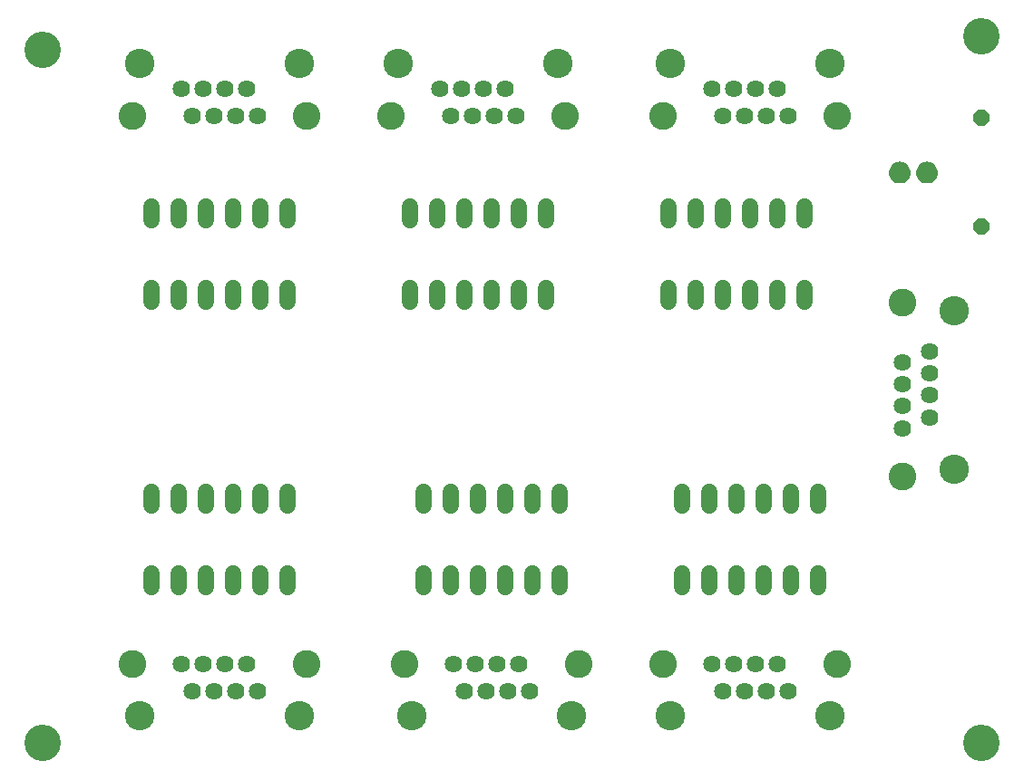
<source format=gbr>
G04 EAGLE Gerber RS-274X export*
G75*
%MOMM*%
%FSLAX34Y34*%
%LPD*%
%INSoldermask Bottom*%
%IPPOS*%
%AMOC8*
5,1,8,0,0,1.08239X$1,22.5*%
G01*
%ADD10C,1.625600*%
%ADD11C,2.603200*%
%ADD12C,2.753200*%
%ADD13P,1.649562X8X292.500000*%
%ADD14C,1.524000*%
%ADD15C,3.403200*%

G36*
X876315Y599447D02*
X876315Y599447D01*
X876380Y599443D01*
X878211Y599603D01*
X878257Y599616D01*
X878333Y599626D01*
X880097Y600140D01*
X880141Y600161D01*
X880213Y600186D01*
X881843Y601035D01*
X881881Y601064D01*
X881947Y601103D01*
X883380Y602253D01*
X883412Y602289D01*
X883469Y602340D01*
X884650Y603748D01*
X884674Y603789D01*
X884720Y603850D01*
X885265Y604843D01*
X885604Y605462D01*
X885619Y605507D01*
X885653Y605576D01*
X886205Y607329D01*
X886211Y607376D01*
X886231Y607450D01*
X886431Y609277D01*
X886427Y609323D01*
X886433Y609392D01*
X886310Y611068D01*
X886299Y611111D01*
X886293Y611177D01*
X885882Y612807D01*
X885863Y612847D01*
X885845Y612911D01*
X885157Y614444D01*
X885132Y614481D01*
X885103Y614541D01*
X884159Y615931D01*
X884128Y615963D01*
X884090Y616017D01*
X882919Y617223D01*
X882883Y617249D01*
X882835Y617295D01*
X881473Y618279D01*
X881432Y618298D01*
X881378Y618335D01*
X879865Y619068D01*
X879822Y619080D01*
X879762Y619107D01*
X878145Y619565D01*
X878100Y619570D01*
X878036Y619586D01*
X876364Y619757D01*
X876316Y619753D01*
X876237Y619757D01*
X874565Y619591D01*
X874522Y619579D01*
X874457Y619570D01*
X872839Y619116D01*
X872798Y619097D01*
X872735Y619077D01*
X871221Y618349D01*
X871185Y618323D01*
X871126Y618293D01*
X869761Y617312D01*
X869730Y617280D01*
X869677Y617240D01*
X868503Y616038D01*
X868478Y616001D01*
X868433Y615953D01*
X867486Y614565D01*
X867468Y614524D01*
X867432Y614468D01*
X866740Y612937D01*
X866729Y612894D01*
X866703Y612833D01*
X866288Y611204D01*
X866285Y611160D01*
X866270Y611095D01*
X866144Y609420D01*
X866148Y609373D01*
X866146Y609301D01*
X866351Y607466D01*
X866365Y607419D01*
X866377Y607344D01*
X866937Y605583D01*
X866960Y605541D01*
X866986Y605469D01*
X867879Y603852D01*
X867909Y603814D01*
X867949Y603749D01*
X869140Y602337D01*
X869177Y602306D01*
X869229Y602250D01*
X870673Y601097D01*
X870715Y601075D01*
X870777Y601030D01*
X872418Y600181D01*
X872464Y600167D01*
X872533Y600135D01*
X874308Y599622D01*
X874356Y599617D01*
X874431Y599600D01*
X876271Y599443D01*
X876315Y599447D01*
G37*
G36*
X850915Y599447D02*
X850915Y599447D01*
X850980Y599443D01*
X852811Y599603D01*
X852857Y599616D01*
X852933Y599626D01*
X854697Y600140D01*
X854741Y600161D01*
X854813Y600186D01*
X856443Y601035D01*
X856481Y601064D01*
X856547Y601103D01*
X857980Y602253D01*
X858012Y602289D01*
X858069Y602340D01*
X859250Y603748D01*
X859274Y603789D01*
X859320Y603850D01*
X859865Y604843D01*
X860204Y605462D01*
X860219Y605507D01*
X860253Y605576D01*
X860805Y607329D01*
X860811Y607376D01*
X860831Y607450D01*
X861031Y609277D01*
X861027Y609323D01*
X861033Y609392D01*
X860910Y611068D01*
X860899Y611111D01*
X860893Y611177D01*
X860482Y612807D01*
X860463Y612847D01*
X860445Y612911D01*
X859757Y614444D01*
X859732Y614481D01*
X859703Y614541D01*
X858759Y615931D01*
X858728Y615963D01*
X858690Y616017D01*
X857519Y617223D01*
X857483Y617249D01*
X857435Y617295D01*
X856073Y618279D01*
X856032Y618298D01*
X855978Y618335D01*
X854465Y619068D01*
X854422Y619080D01*
X854362Y619107D01*
X852745Y619565D01*
X852700Y619570D01*
X852636Y619586D01*
X850964Y619757D01*
X850916Y619753D01*
X850837Y619757D01*
X849165Y619591D01*
X849122Y619579D01*
X849057Y619570D01*
X847439Y619116D01*
X847398Y619097D01*
X847335Y619077D01*
X845821Y618349D01*
X845785Y618323D01*
X845726Y618293D01*
X844361Y617312D01*
X844330Y617280D01*
X844277Y617240D01*
X843103Y616038D01*
X843078Y616001D01*
X843033Y615953D01*
X842086Y614565D01*
X842068Y614524D01*
X842032Y614468D01*
X841340Y612937D01*
X841329Y612894D01*
X841303Y612833D01*
X840888Y611204D01*
X840885Y611160D01*
X840870Y611095D01*
X840744Y609420D01*
X840748Y609373D01*
X840746Y609301D01*
X840951Y607466D01*
X840965Y607419D01*
X840977Y607344D01*
X841537Y605583D01*
X841560Y605541D01*
X841586Y605469D01*
X842479Y603852D01*
X842509Y603814D01*
X842549Y603749D01*
X843740Y602337D01*
X843777Y602306D01*
X843829Y602250D01*
X845273Y601097D01*
X845315Y601075D01*
X845377Y601030D01*
X847018Y600181D01*
X847064Y600167D01*
X847133Y600135D01*
X848908Y599622D01*
X848956Y599617D01*
X849031Y599600D01*
X850871Y599443D01*
X850915Y599447D01*
G37*
D10*
X251600Y124600D03*
X241400Y150000D03*
X231200Y124600D03*
X221000Y150000D03*
X210800Y124600D03*
X200600Y150000D03*
X190400Y124600D03*
X180200Y150000D03*
D11*
X297150Y150000D03*
X134650Y150000D03*
D12*
X290300Y101600D03*
X141500Y101600D03*
D10*
X505600Y124600D03*
X495400Y150000D03*
X485200Y124600D03*
X475000Y150000D03*
X464800Y124600D03*
X454600Y150000D03*
X444400Y124600D03*
X434200Y150000D03*
D11*
X551150Y150000D03*
X388650Y150000D03*
D12*
X544300Y101600D03*
X395500Y101600D03*
D10*
X746900Y124600D03*
X736700Y150000D03*
X726500Y124600D03*
X716300Y150000D03*
X706100Y124600D03*
X695900Y150000D03*
X685700Y124600D03*
X675500Y150000D03*
D11*
X792450Y150000D03*
X629950Y150000D03*
D12*
X785600Y101600D03*
X636800Y101600D03*
D10*
X180200Y688200D03*
X190400Y662800D03*
X200600Y688200D03*
X210800Y662800D03*
X221000Y688200D03*
X231200Y662800D03*
X241400Y688200D03*
X251600Y662800D03*
D11*
X134650Y662800D03*
X297150Y662800D03*
D12*
X141500Y711200D03*
X290300Y711200D03*
D10*
X421500Y688200D03*
X431700Y662800D03*
X441900Y688200D03*
X452100Y662800D03*
X462300Y688200D03*
X472500Y662800D03*
X482700Y688200D03*
X492900Y662800D03*
D11*
X375950Y662800D03*
X538450Y662800D03*
D12*
X382800Y711200D03*
X531600Y711200D03*
D10*
X675500Y688200D03*
X685700Y662800D03*
X695900Y688200D03*
X706100Y662800D03*
X716300Y688200D03*
X726500Y662800D03*
X736700Y688200D03*
X746900Y662800D03*
D11*
X629950Y662800D03*
X792450Y662800D03*
D12*
X636800Y711200D03*
X785600Y711200D03*
D10*
X878700Y442100D03*
X853300Y431900D03*
X878700Y421700D03*
X853300Y411500D03*
X878700Y401300D03*
X853300Y391100D03*
X878700Y380900D03*
X853300Y370700D03*
D11*
X853300Y487650D03*
X853300Y325150D03*
D12*
X901700Y480800D03*
X901700Y332000D03*
D13*
X927100Y660400D03*
X927100Y558800D03*
D14*
X279400Y311404D02*
X279400Y298196D01*
X254000Y298196D02*
X254000Y311404D01*
X152400Y235204D02*
X152400Y221996D01*
X177800Y221996D02*
X177800Y235204D01*
X228600Y298196D02*
X228600Y311404D01*
X203200Y311404D02*
X203200Y298196D01*
X152400Y298196D02*
X152400Y311404D01*
X177800Y311404D02*
X177800Y298196D01*
X203200Y235204D02*
X203200Y221996D01*
X228600Y221996D02*
X228600Y235204D01*
X254000Y235204D02*
X254000Y221996D01*
X279400Y221996D02*
X279400Y235204D01*
X533400Y298196D02*
X533400Y311404D01*
X508000Y311404D02*
X508000Y298196D01*
X406400Y235204D02*
X406400Y221996D01*
X431800Y221996D02*
X431800Y235204D01*
X482600Y298196D02*
X482600Y311404D01*
X457200Y311404D02*
X457200Y298196D01*
X406400Y298196D02*
X406400Y311404D01*
X431800Y311404D02*
X431800Y298196D01*
X457200Y235204D02*
X457200Y221996D01*
X482600Y221996D02*
X482600Y235204D01*
X508000Y235204D02*
X508000Y221996D01*
X533400Y221996D02*
X533400Y235204D01*
X774700Y298196D02*
X774700Y311404D01*
X749300Y311404D02*
X749300Y298196D01*
X647700Y235204D02*
X647700Y221996D01*
X673100Y221996D02*
X673100Y235204D01*
X723900Y298196D02*
X723900Y311404D01*
X698500Y311404D02*
X698500Y298196D01*
X647700Y298196D02*
X647700Y311404D01*
X673100Y311404D02*
X673100Y298196D01*
X698500Y235204D02*
X698500Y221996D01*
X723900Y221996D02*
X723900Y235204D01*
X749300Y235204D02*
X749300Y221996D01*
X774700Y221996D02*
X774700Y235204D01*
X152400Y488696D02*
X152400Y501904D01*
X177800Y501904D02*
X177800Y488696D01*
X279400Y564896D02*
X279400Y578104D01*
X254000Y578104D02*
X254000Y564896D01*
X203200Y501904D02*
X203200Y488696D01*
X228600Y488696D02*
X228600Y501904D01*
X279400Y501904D02*
X279400Y488696D01*
X254000Y488696D02*
X254000Y501904D01*
X228600Y564896D02*
X228600Y578104D01*
X203200Y578104D02*
X203200Y564896D01*
X177800Y564896D02*
X177800Y578104D01*
X152400Y578104D02*
X152400Y564896D01*
X393700Y501904D02*
X393700Y488696D01*
X419100Y488696D02*
X419100Y501904D01*
X520700Y564896D02*
X520700Y578104D01*
X495300Y578104D02*
X495300Y564896D01*
X444500Y501904D02*
X444500Y488696D01*
X469900Y488696D02*
X469900Y501904D01*
X520700Y501904D02*
X520700Y488696D01*
X495300Y488696D02*
X495300Y501904D01*
X469900Y564896D02*
X469900Y578104D01*
X444500Y578104D02*
X444500Y564896D01*
X419100Y564896D02*
X419100Y578104D01*
X393700Y578104D02*
X393700Y564896D01*
X635000Y501904D02*
X635000Y488696D01*
X660400Y488696D02*
X660400Y501904D01*
X762000Y564896D02*
X762000Y578104D01*
X736600Y578104D02*
X736600Y564896D01*
X685800Y501904D02*
X685800Y488696D01*
X711200Y488696D02*
X711200Y501904D01*
X762000Y501904D02*
X762000Y488696D01*
X736600Y488696D02*
X736600Y501904D01*
X711200Y564896D02*
X711200Y578104D01*
X685800Y578104D02*
X685800Y564896D01*
X660400Y564896D02*
X660400Y578104D01*
X635000Y578104D02*
X635000Y564896D01*
D15*
X927100Y736600D03*
X927100Y76200D03*
X50800Y723900D03*
X50800Y76200D03*
M02*

</source>
